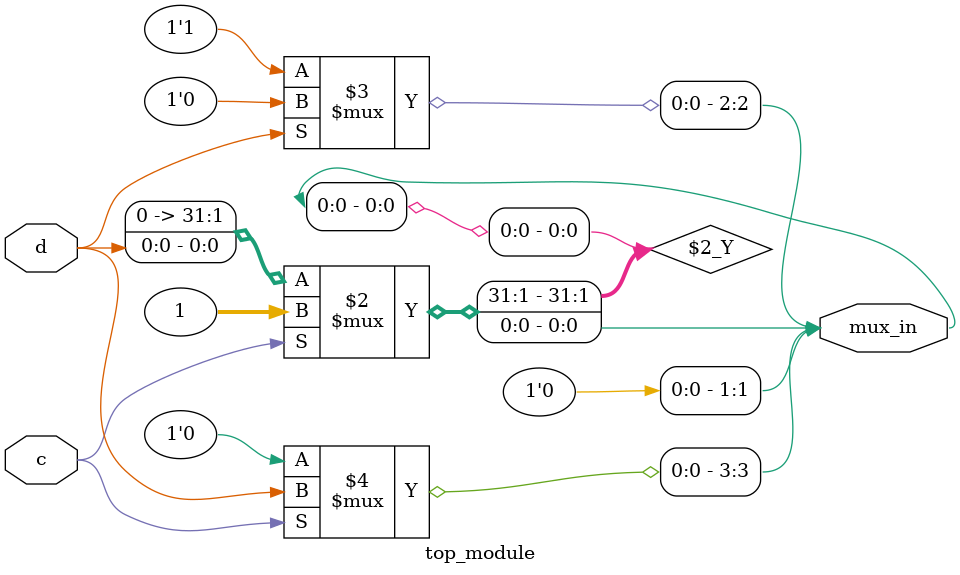
<source format=v>
module top_module (
    input c,
    input d,
    output [3:0] mux_in
); 
    
    assign mux_in[0] = c?1:d;
    assign mux_in[1] = 1'b0;
    assign mux_in[2] = d?1'b0:1'b1;
    assign mux_in[3] = c?d:1'b0;

endmodule

</source>
